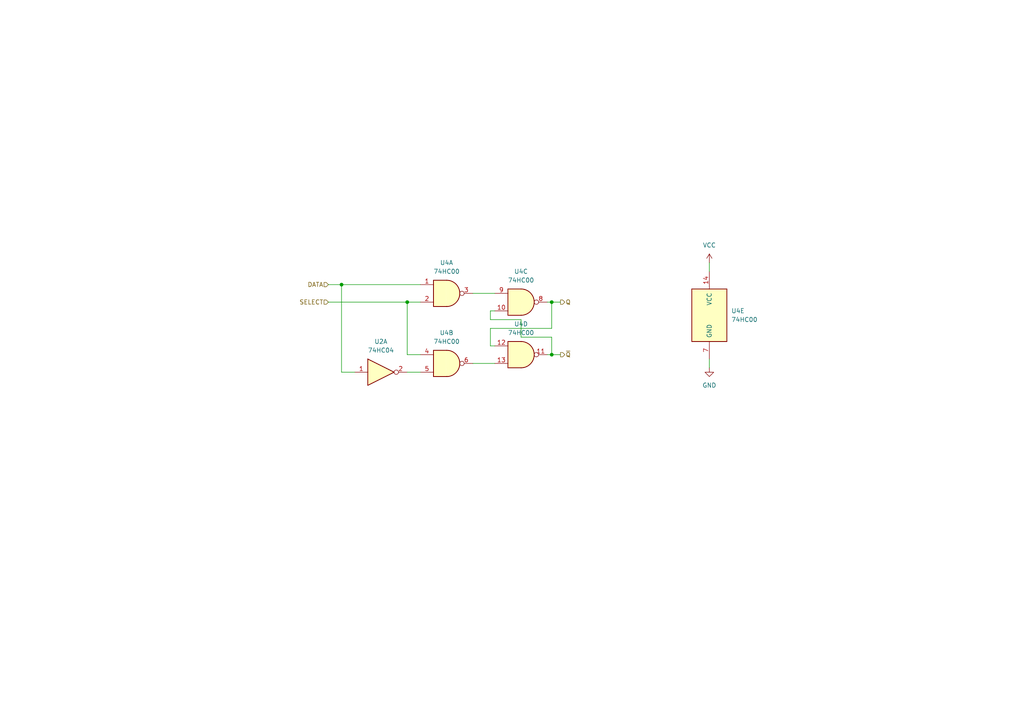
<source format=kicad_sch>
(kicad_sch (version 20250114) (generator "eeschema") (generator_version "9.0")
  (paper "A4")
  (lib_symbols
    (symbol "74xx:74HC00" (pin_names (offset 1.016))
      (property "Reference" "U" (at 0 1.27 0))
      (property "Value" "74HC00" (at 0 -1.27 0))
      (symbol "74HC00_1_1"
        (arc (start 0 3.81) (mid 3.7934 0) (end 0 -3.81) (stroke (width 0.254)) (fill (type background)))
        (polyline (pts (xy 0 3.81) (xy -3.81 3.81) (xy -3.81 -3.81) (xy 0 -3.81)) (stroke (width 0.254)) (fill (type background)))
        (pin input line (at -7.62 2.54 0) (length 3.81) (name "~") (number "1"))
        (pin input line (at -7.62 -2.54 0) (length 3.81) (name "~") (number "2"))
        (pin output inverted (at 7.62 0 180) (length 3.81) (name "~") (number "3"))
      )
      (symbol "74HC00_1_2"
        (arc (start -3.81 3.81) (mid -2.589 0) (end -3.81 -3.81) (stroke (width 0.254)))
        (polyline (pts (xy -3.81 3.81) (xy -0.635 3.81)) (stroke (width 0.254)) (fill (type background)))
        (polyline (pts (xy -3.81 -3.81) (xy -0.635 -3.81)) (stroke (width 0.254)) (fill (type background)))
        (arc (start 3.81 0) (mid 2.1855 -2.584) (end -0.6096 -3.81) (stroke (width 0.254)) (fill (type background)))
        (arc (start -0.6096 3.81) (mid 2.1928 2.5924) (end 3.81 0) (stroke (width 0.254)) (fill (type background)))
        (polyline (pts (xy -0.635 3.81) (xy -3.81 3.81) (xy -3.81 3.81) (xy -3.556 3.4036) (xy -3.0226 2.2606) (xy -2.6924 1.0414) (xy -2.6162 -0.254) (xy -2.7686 -1.4986) (xy -3.175 -2.7178) (xy -3.81 -3.81) (xy -3.81 -3.81) (xy -0.635 -3.81)) (stroke (width -25.4)) (fill (type background)))
        (pin input inverted (at -7.62 2.54 0) (length 4.318) (name "~") (number "1"))
        (pin input inverted (at -7.62 -2.54 0) (length 4.318) (name "~") (number "2"))
        (pin output line (at 7.62 0 180) (length 3.81) (name "~") (number "3"))
      )
      (symbol "74HC00_2_1"
        (arc (start 0 3.81) (mid 3.7934 0) (end 0 -3.81) (stroke (width 0.254)) (fill (type background)))
        (polyline (pts (xy 0 3.81) (xy -3.81 3.81) (xy -3.81 -3.81) (xy 0 -3.81)) (stroke (width 0.254)) (fill (type background)))
        (pin input line (at -7.62 2.54 0) (length 3.81) (name "~") (number "4"))
        (pin input line (at -7.62 -2.54 0) (length 3.81) (name "~") (number "5"))
        (pin output inverted (at 7.62 0 180) (length 3.81) (name "~") (number "6"))
      )
      (symbol "74HC00_2_2"
        (arc (start -3.81 3.81) (mid -2.589 0) (end -3.81 -3.81) (stroke (width 0.254)))
        (polyline (pts (xy -3.81 3.81) (xy -0.635 3.81)) (stroke (width 0.254)) (fill (type background)))
        (polyline (pts (xy -3.81 -3.81) (xy -0.635 -3.81)) (stroke (width 0.254)) (fill (type background)))
        (arc (start 3.81 0) (mid 2.1855 -2.584) (end -0.6096 -3.81) (stroke (width 0.254)) (fill (type background)))
        (arc (start -0.6096 3.81) (mid 2.1928 2.5924) (end 3.81 0) (stroke (width 0.254)) (fill (type background)))
        (polyline (pts (xy -0.635 3.81) (xy -3.81 3.81) (xy -3.81 3.81) (xy -3.556 3.4036) (xy -3.0226 2.2606) (xy -2.6924 1.0414) (xy -2.6162 -0.254) (xy -2.7686 -1.4986) (xy -3.175 -2.7178) (xy -3.81 -3.81) (xy -3.81 -3.81) (xy -0.635 -3.81)) (stroke (width -25.4)) (fill (type background)))
        (pin input inverted (at -7.62 2.54 0) (length 4.318) (name "~") (number "4"))
        (pin input inverted (at -7.62 -2.54 0) (length 4.318) (name "~") (number "5"))
        (pin output line (at 7.62 0 180) (length 3.81) (name "~") (number "6"))
      )
      (symbol "74HC00_3_1"
        (arc (start 0 3.81) (mid 3.7934 0) (end 0 -3.81) (stroke (width 0.254)) (fill (type background)))
        (polyline (pts (xy 0 3.81) (xy -3.81 3.81) (xy -3.81 -3.81) (xy 0 -3.81)) (stroke (width 0.254)) (fill (type background)))
        (pin input line (at -7.62 2.54 0) (length 3.81) (name "~") (number "9"))
        (pin input line (at -7.62 -2.54 0) (length 3.81) (name "~") (number "10"))
        (pin output inverted (at 7.62 0 180) (length 3.81) (name "~") (number "8"))
      )
      (symbol "74HC00_3_2"
        (arc (start -3.81 3.81) (mid -2.589 0) (end -3.81 -3.81) (stroke (width 0.254)))
        (polyline (pts (xy -3.81 3.81) (xy -0.635 3.81)) (stroke (width 0.254)) (fill (type background)))
        (polyline (pts (xy -3.81 -3.81) (xy -0.635 -3.81)) (stroke (width 0.254)) (fill (type background)))
        (arc (start 3.81 0) (mid 2.1855 -2.584) (end -0.6096 -3.81) (stroke (width 0.254)) (fill (type background)))
        (arc (start -0.6096 3.81) (mid 2.1928 2.5924) (end 3.81 0) (stroke (width 0.254)) (fill (type background)))
        (polyline (pts (xy -0.635 3.81) (xy -3.81 3.81) (xy -3.81 3.81) (xy -3.556 3.4036) (xy -3.0226 2.2606) (xy -2.6924 1.0414) (xy -2.6162 -0.254) (xy -2.7686 -1.4986) (xy -3.175 -2.7178) (xy -3.81 -3.81) (xy -3.81 -3.81) (xy -0.635 -3.81)) (stroke (width -25.4)) (fill (type background)))
        (pin input inverted (at -7.62 2.54 0) (length 4.318) (name "~") (number "9"))
        (pin input inverted (at -7.62 -2.54 0) (length 4.318) (name "~") (number "10"))
        (pin output line (at 7.62 0 180) (length 3.81) (name "~") (number "8"))
      )
      (symbol "74HC00_4_1"
        (arc (start 0 3.81) (mid 3.7934 0) (end 0 -3.81) (stroke (width 0.254)) (fill (type background)))
        (polyline (pts (xy 0 3.81) (xy -3.81 3.81) (xy -3.81 -3.81) (xy 0 -3.81)) (stroke (width 0.254)) (fill (type background)))
        (pin input line (at -7.62 2.54 0) (length 3.81) (name "~") (number "12"))
        (pin input line (at -7.62 -2.54 0) (length 3.81) (name "~") (number "13"))
        (pin output inverted (at 7.62 0 180) (length 3.81) (name "~") (number "11"))
      )
      (symbol "74HC00_4_2"
        (arc (start -3.81 3.81) (mid -2.589 0) (end -3.81 -3.81) (stroke (width 0.254)))
        (polyline (pts (xy -3.81 3.81) (xy -0.635 3.81)) (stroke (width 0.254)) (fill (type background)))
        (polyline (pts (xy -3.81 -3.81) (xy -0.635 -3.81)) (stroke (width 0.254)) (fill (type background)))
        (arc (start 3.81 0) (mid 2.1855 -2.584) (end -0.6096 -3.81) (stroke (width 0.254)) (fill (type background)))
        (arc (start -0.6096 3.81) (mid 2.1928 2.5924) (end 3.81 0) (stroke (width 0.254)) (fill (type background)))
        (polyline (pts (xy -0.635 3.81) (xy -3.81 3.81) (xy -3.81 3.81) (xy -3.556 3.4036) (xy -3.0226 2.2606) (xy -2.6924 1.0414) (xy -2.6162 -0.254) (xy -2.7686 -1.4986) (xy -3.175 -2.7178) (xy -3.81 -3.81) (xy -3.81 -3.81) (xy -0.635 -3.81)) (stroke (width -25.4)) (fill (type background)))
        (pin input inverted (at -7.62 2.54 0) (length 4.318) (name "~") (number "12"))
        (pin input inverted (at -7.62 -2.54 0) (length 4.318) (name "~") (number "13"))
        (pin output line (at 7.62 0 180) (length 3.81) (name "~") (number "11"))
      )
      (symbol "74HC00_5_0"
        (pin power_in line (at 0 12.7 270) (length 5.08) (name "VCC") (number "14"))
        (pin power_in line (at 0 -12.7 90) (length 5.08) (name "GND") (number "7"))
      )
      (symbol "74HC00_5_1"
        (rectangle (start -5.08 7.62) (end 5.08 -7.62) (stroke (width 0.254)) (fill (type background)))
      )
    )
    (symbol "74xx:74HC04"
      (property "Reference" "U" (at 0 1.27 0))
      (property "Value" "74HC04" (at 0 -1.27 0))
      (symbol "74HC04_1_0"
        (polyline (pts (xy -3.81 3.81) (xy -3.81 -3.81) (xy 3.81 0) (xy -3.81 3.81)) (stroke (width 0.254)) (fill (type background)))
        (pin input line (at -7.62 0 0) (length 3.81) (name "~") (number "1"))
        (pin output inverted (at 7.62 0 180) (length 3.81) (name "~") (number "2"))
      )
      (symbol "74HC04_2_0"
        (polyline (pts (xy -3.81 3.81) (xy -3.81 -3.81) (xy 3.81 0) (xy -3.81 3.81)) (stroke (width 0.254)) (fill (type background)))
        (pin input line (at -7.62 0 0) (length 3.81) (name "~") (number "3"))
        (pin output inverted (at 7.62 0 180) (length 3.81) (name "~") (number "4"))
      )
      (symbol "74HC04_3_0"
        (polyline (pts (xy -3.81 3.81) (xy -3.81 -3.81) (xy 3.81 0) (xy -3.81 3.81)) (stroke (width 0.254)) (fill (type background)))
        (pin input line (at -7.62 0 0) (length 3.81) (name "~") (number "5"))
        (pin output inverted (at 7.62 0 180) (length 3.81) (name "~") (number "6"))
      )
      (symbol "74HC04_4_0"
        (polyline (pts (xy -3.81 3.81) (xy -3.81 -3.81) (xy 3.81 0) (xy -3.81 3.81)) (stroke (width 0.254)) (fill (type background)))
        (pin input line (at -7.62 0 0) (length 3.81) (name "~") (number "9"))
        (pin output inverted (at 7.62 0 180) (length 3.81) (name "~") (number "8"))
      )
      (symbol "74HC04_5_0"
        (polyline (pts (xy -3.81 3.81) (xy -3.81 -3.81) (xy 3.81 0) (xy -3.81 3.81)) (stroke (width 0.254)) (fill (type background)))
        (pin input line (at -7.62 0 0) (length 3.81) (name "~") (number "11"))
        (pin output inverted (at 7.62 0 180) (length 3.81) (name "~") (number "10"))
      )
      (symbol "74HC04_6_0"
        (polyline (pts (xy -3.81 3.81) (xy -3.81 -3.81) (xy 3.81 0) (xy -3.81 3.81)) (stroke (width 0.254)) (fill (type background)))
        (pin input line (at -7.62 0 0) (length 3.81) (name "~") (number "13"))
        (pin output inverted (at 7.62 0 180) (length 3.81) (name "~") (number "12"))
      )
      (symbol "74HC04_7_0"
        (pin power_in line (at 0 12.7 270) (length 5.08) (name "VCC") (number "14"))
        (pin power_in line (at 0 -12.7 90) (length 5.08) (name "GND") (number "7"))
      )
      (symbol "74HC04_7_1"
        (rectangle (start -5.08 7.62) (end 5.08 -7.62) (stroke (width 0.254)) (fill (type background)))
      )
    )
    (symbol "power:GND" (power) (pin_numbers (hide yes)) (pin_names (offset 0) (hide yes))
      (property "Value" "GND" (at 0 -3.81 0))
      (symbol "GND_0_1"
        (polyline (pts (xy 0 0) (xy 0 -1.27) (xy 1.27 -1.27) (xy 0 -2.54) (xy -1.27 -1.27) (xy 0 -1.27)))
      )
      (symbol "GND_1_1"
        (pin power_in line (at 0 0 270) (length 0) (name "~") (number "1"))
      )
    )
    (symbol "power:VCC" (power) (pin_numbers (hide yes)) (pin_names (offset 0) (hide yes))
      (property "Value" "VCC" (at 0 3.556 0))
      (symbol "VCC_0_1"
        (polyline (pts (xy -0.762 1.27) (xy 0 2.54)))
        (polyline (pts (xy 0 2.54) (xy 0.762 1.27)))
        (polyline (pts (xy 0 0) (xy 0 2.54)))
      )
      (symbol "VCC_1_1"
        (pin power_in line (at 0 0 90) (length 0) (name "~") (number "1"))
      )
    )
  )
  (junction (at 160.02 102.87))
  (junction (at 99.06 82.55))
  (junction (at 160.02 87.63))
  (junction (at 118.11 87.63))
  (wire (pts (xy 205.74 76.2) (xy 205.74 78.74)))
  (wire (pts (xy 142.24 92.71) (xy 142.24 90.17)))
  (wire (pts (xy 160.02 102.87) (xy 162.56 102.87)))
  (wire (pts (xy 160.02 102.87) (xy 160.02 97.79)))
  (wire (pts (xy 99.06 107.95) (xy 99.06 82.55)))
  (wire (pts (xy 158.75 102.87) (xy 160.02 102.87)))
  (wire (pts (xy 102.87 107.95) (xy 99.06 107.95)))
  (wire (pts (xy 95.25 87.63) (xy 118.11 87.63)))
  (wire (pts (xy 205.74 104.14) (xy 205.74 106.68)))
  (wire (pts (xy 99.06 82.55) (xy 121.92 82.55)))
  (wire (pts (xy 118.11 87.63) (xy 121.92 87.63)))
  (wire (pts (xy 118.11 102.87) (xy 118.11 87.63)))
  (wire (pts (xy 142.24 100.33) (xy 142.24 95.25)))
  (wire (pts (xy 151.13 97.79) (xy 151.13 92.71)))
  (wire (pts (xy 143.51 100.33) (xy 142.24 100.33)))
  (wire (pts (xy 142.24 95.25) (xy 160.02 95.25)))
  (wire (pts (xy 137.16 105.41) (xy 143.51 105.41)))
  (wire (pts (xy 118.11 107.95) (xy 121.92 107.95)))
  (wire (pts (xy 121.92 102.87) (xy 118.11 102.87)))
  (wire (pts (xy 160.02 95.25) (xy 160.02 87.63)))
  (wire (pts (xy 142.24 90.17) (xy 143.51 90.17)))
  (wire (pts (xy 160.02 97.79) (xy 151.13 97.79)))
  (wire (pts (xy 160.02 87.63) (xy 158.75 87.63)))
  (wire (pts (xy 137.16 85.09) (xy 143.51 85.09)))
  (wire (pts (xy 151.13 92.71) (xy 142.24 92.71)))
  (wire (pts (xy 160.02 87.63) (xy 162.56 87.63)))
  (wire (pts (xy 95.25 82.55) (xy 99.06 82.55)))
  (hierarchical_label "SELECT" (shape input) (at 95.25 87.63 180))
  (hierarchical_label "DATA" (shape input) (at 95.25 82.55 180))
  (hierarchical_label "~{Q}" (shape output) (at 162.56 102.87 0))
  (hierarchical_label "Q" (shape output) (at 162.56 87.63 0))
  (symbol (lib_id "74xx:74HC00") (at 151.13 87.63 0) (unit 3)
    (property "Reference" "U4" (at 151.1217 78.74 0))
    (property "Value" "74HC00" (at 151.1217 81.28 0))
    (property "Footprint" "Package_DIP:DIP-14_W7.62mm_Socket" (effects (hide yes)))
    (property "Datasheet" "http://www.ti.com/lit/gpn/sn74hc00" (effects (hide yes)))
    (property "Description" "quad 2-input NAND gate" (effects (hide yes)))
  )
  (symbol (lib_id "74xx:74HC00") (at 205.74 91.44 0) (unit 5)
    (property "Reference" "U4" (at 212.09 90.1699 0) (effects (justify left)))
    (property "Value" "74HC00" (at 212.09 92.7099 0) (effects (justify left)))
    (property "Footprint" "Package_DIP:DIP-14_W7.62mm_Socket" (effects (hide yes)))
    (property "Datasheet" "http://www.ti.com/lit/gpn/sn74hc00" (effects (hide yes)))
    (property "Description" "quad 2-input NAND gate" (effects (hide yes)))
  )
  (symbol (lib_id "power:GND") (at 205.74 106.68 0) (unit 1)
    (property "Reference" "#PWR02" (effects (hide yes)))
    (property "Value" "GND" (at 205.74 111.76 0))
    (property "Description" "Power symbol creates a global label with name \"GND\" , ground" (effects (hide yes)))
  )
  (symbol (lib_id "74xx:74HC00") (at 151.13 102.87 0) (unit 4)
    (property "Reference" "U4" (at 151.1217 93.98 0))
    (property "Value" "74HC00" (at 151.1217 96.52 0))
    (property "Footprint" "Package_DIP:DIP-14_W7.62mm_Socket" (effects (hide yes)))
    (property "Datasheet" "http://www.ti.com/lit/gpn/sn74hc00" (effects (hide yes)))
    (property "Description" "quad 2-input NAND gate" (effects (hide yes)))
  )
  (symbol (lib_id "power:VCC") (at 205.74 76.2 0) (unit 1)
    (property "Reference" "#PWR01" (effects (hide yes)))
    (property "Value" "VCC" (at 205.74 71.12 0))
    (property "Description" "Power symbol creates a global label with name \"VCC\"" (effects (hide yes)))
  )
  (symbol (lib_id "74xx:74HC04") (at 110.49 107.95 0) (unit 1)
    (property "Reference" "U2" (at 110.49 99.06 0))
    (property "Value" "74HC04" (at 110.49 101.6 0))
    (property "Datasheet" "https://assets.nexperia.com/documents/data-sheet/74HC_HCT04.pdf" (effects (hide yes)))
    (property "Description" "Hex Inverter" (effects (hide yes)))
  )
  (symbol (lib_id "74xx:74HC00") (at 129.54 105.41 0) (unit 2)
    (property "Reference" "U4" (at 129.5317 96.52 0))
    (property "Value" "74HC00" (at 129.5317 99.06 0))
    (property "Footprint" "Package_DIP:DIP-14_W7.62mm_Socket" (effects (hide yes)))
    (property "Datasheet" "http://www.ti.com/lit/gpn/sn74hc00" (effects (hide yes)))
    (property "Description" "quad 2-input NAND gate" (effects (hide yes)))
  )
  (symbol (lib_id "74xx:74HC00") (at 129.54 85.09 0) (unit 1)
    (property "Reference" "U4" (at 129.5317 76.2 0))
    (property "Value" "74HC00" (at 129.5317 78.74 0))
    (property "Footprint" "Package_DIP:DIP-14_W7.62mm_Socket" (effects (hide yes)))
    (property "Datasheet" "http://www.ti.com/lit/gpn/sn74hc00" (effects (hide yes)))
    (property "Description" "quad 2-input NAND gate" (effects (hide yes)))
  )
)
</source>
